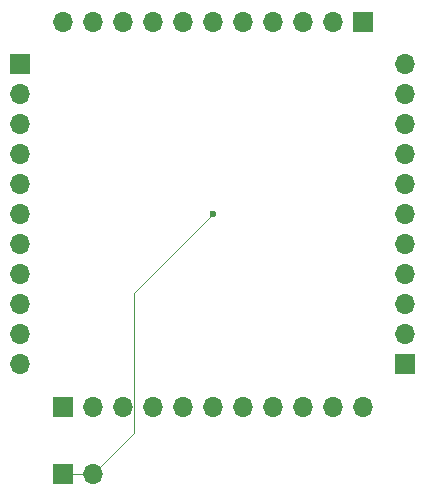
<source format=gbr>
%TF.GenerationSoftware,KiCad,Pcbnew,8.0.8*%
%TF.CreationDate,2025-02-10T15:05:01+09:00*%
%TF.ProjectId,OpenMPW-TR10,4f70656e-4d50-4572-9d54-5231302e6b69,rev?*%
%TF.SameCoordinates,Original*%
%TF.FileFunction,Copper,L2,Bot*%
%TF.FilePolarity,Positive*%
%FSLAX46Y46*%
G04 Gerber Fmt 4.6, Leading zero omitted, Abs format (unit mm)*
G04 Created by KiCad (PCBNEW 8.0.8) date 2025-02-10 15:05:01*
%MOMM*%
%LPD*%
G01*
G04 APERTURE LIST*
%TA.AperFunction,ComponentPad*%
%ADD10R,1.700000X1.700000*%
%TD*%
%TA.AperFunction,ComponentPad*%
%ADD11O,1.700000X1.700000*%
%TD*%
%TA.AperFunction,ViaPad*%
%ADD12C,0.600000*%
%TD*%
%TA.AperFunction,Conductor*%
%ADD13C,0.076200*%
%TD*%
G04 APERTURE END LIST*
D10*
%TO.P,J5,1,Pin_1*%
%TO.N,Net-(J5-Pin_1)*%
X137300000Y-122000000D03*
D11*
%TO.P,J5,2,Pin_2*%
X139840000Y-122000000D03*
%TD*%
D10*
%TO.P,J4,1,Pin_1*%
%TO.N,Net-(J4-Pin_1)*%
X133700000Y-87300000D03*
D11*
%TO.P,J4,2,Pin_2*%
%TO.N,Net-(J4-Pin_2)*%
X133700000Y-89840000D03*
%TO.P,J4,3,Pin_3*%
%TO.N,Net-(J4-Pin_3)*%
X133700000Y-92380000D03*
%TO.P,J4,4,Pin_4*%
%TO.N,Net-(J4-Pin_4)*%
X133700000Y-94920000D03*
%TO.P,J4,5,Pin_5*%
%TO.N,Net-(J4-Pin_5)*%
X133700000Y-97460000D03*
%TO.P,J4,6,Pin_6*%
%TO.N,Net-(J4-Pin_6)*%
X133700000Y-100000000D03*
%TO.P,J4,7,Pin_7*%
%TO.N,Net-(J4-Pin_7)*%
X133700000Y-102540000D03*
%TO.P,J4,8,Pin_8*%
%TO.N,Net-(J4-Pin_8)*%
X133700000Y-105080000D03*
%TO.P,J4,9,Pin_9*%
%TO.N,Net-(J4-Pin_9)*%
X133700000Y-107620000D03*
%TO.P,J4,10,Pin_10*%
%TO.N,Net-(J4-Pin_10)*%
X133700000Y-110160000D03*
%TO.P,J4,11,Pin_11*%
%TO.N,Net-(J4-Pin_11)*%
X133700000Y-112700000D03*
%TD*%
D10*
%TO.P,J2,1,Pin_1*%
%TO.N,Net-(J2-Pin_1)*%
X166300000Y-112700000D03*
D11*
%TO.P,J2,2,Pin_2*%
%TO.N,Net-(J2-Pin_2)*%
X166300000Y-110160000D03*
%TO.P,J2,3,Pin_3*%
%TO.N,Net-(J2-Pin_3)*%
X166300000Y-107620000D03*
%TO.P,J2,4,Pin_4*%
%TO.N,Net-(J2-Pin_4)*%
X166300000Y-105080000D03*
%TO.P,J2,5,Pin_5*%
%TO.N,Net-(J2-Pin_5)*%
X166300000Y-102540000D03*
%TO.P,J2,6,Pin_6*%
%TO.N,Net-(J2-Pin_6)*%
X166300000Y-100000000D03*
%TO.P,J2,7,Pin_7*%
%TO.N,Net-(J2-Pin_7)*%
X166300000Y-97460000D03*
%TO.P,J2,8,Pin_8*%
%TO.N,Net-(J2-Pin_8)*%
X166300000Y-94920000D03*
%TO.P,J2,9,Pin_9*%
%TO.N,Net-(J2-Pin_9)*%
X166300000Y-92380000D03*
%TO.P,J2,10,Pin_10*%
%TO.N,Net-(J2-Pin_10)*%
X166300000Y-89840000D03*
%TO.P,J2,11,Pin_11*%
%TO.N,Net-(J2-Pin_11)*%
X166300000Y-87300000D03*
%TD*%
D10*
%TO.P,J3,1,Pin_1*%
%TO.N,Net-(J3-Pin_1)*%
X162700000Y-83700000D03*
D11*
%TO.P,J3,2,Pin_2*%
%TO.N,Net-(J3-Pin_2)*%
X160160000Y-83700000D03*
%TO.P,J3,3,Pin_3*%
%TO.N,Net-(J3-Pin_3)*%
X157620000Y-83700000D03*
%TO.P,J3,4,Pin_4*%
%TO.N,Net-(J3-Pin_4)*%
X155080000Y-83700000D03*
%TO.P,J3,5,Pin_5*%
%TO.N,Net-(J3-Pin_5)*%
X152540000Y-83700000D03*
%TO.P,J3,6,Pin_6*%
%TO.N,Net-(J3-Pin_6)*%
X150000000Y-83700000D03*
%TO.P,J3,7,Pin_7*%
%TO.N,Net-(J3-Pin_7)*%
X147460000Y-83700000D03*
%TO.P,J3,8,Pin_8*%
%TO.N,Net-(J3-Pin_8)*%
X144920000Y-83700000D03*
%TO.P,J3,9,Pin_9*%
%TO.N,Net-(J3-Pin_9)*%
X142380000Y-83700000D03*
%TO.P,J3,10,Pin_10*%
%TO.N,Net-(J3-Pin_10)*%
X139840000Y-83700000D03*
%TO.P,J3,11,Pin_11*%
%TO.N,Net-(J3-Pin_11)*%
X137300000Y-83700000D03*
%TD*%
D10*
%TO.P,J1,1,Pin_1*%
%TO.N,Net-(J1-Pin_1)*%
X137300000Y-116300000D03*
D11*
%TO.P,J1,2,Pin_2*%
%TO.N,Net-(J1-Pin_2)*%
X139840000Y-116300000D03*
%TO.P,J1,3,Pin_3*%
%TO.N,Net-(J1-Pin_3)*%
X142380000Y-116300000D03*
%TO.P,J1,4,Pin_4*%
%TO.N,Net-(J1-Pin_4)*%
X144920000Y-116300000D03*
%TO.P,J1,5,Pin_5*%
%TO.N,Net-(J1-Pin_5)*%
X147460000Y-116300000D03*
%TO.P,J1,6,Pin_6*%
%TO.N,Net-(J1-Pin_6)*%
X150000000Y-116300000D03*
%TO.P,J1,7,Pin_7*%
%TO.N,Net-(J1-Pin_7)*%
X152540000Y-116300000D03*
%TO.P,J1,8,Pin_8*%
%TO.N,Net-(J1-Pin_8)*%
X155080000Y-116300000D03*
%TO.P,J1,9,Pin_9*%
%TO.N,Net-(J1-Pin_9)*%
X157620000Y-116300000D03*
%TO.P,J1,10,Pin_10*%
%TO.N,Net-(J1-Pin_10)*%
X160160000Y-116300000D03*
%TO.P,J1,11,Pin_11*%
%TO.N,Net-(J1-Pin_11)*%
X162700000Y-116300000D03*
%TD*%
D12*
%TO.N,Net-(J5-Pin_1)*%
X150000000Y-100000000D03*
%TD*%
D13*
%TO.N,Net-(J5-Pin_1)*%
X139840000Y-122000000D02*
X137300000Y-122000000D01*
X150000000Y-100000000D02*
X143344300Y-106655700D01*
X143344300Y-106655700D02*
X143344300Y-118495700D01*
X143344300Y-118495700D02*
X139840000Y-122000000D01*
%TD*%
M02*

</source>
